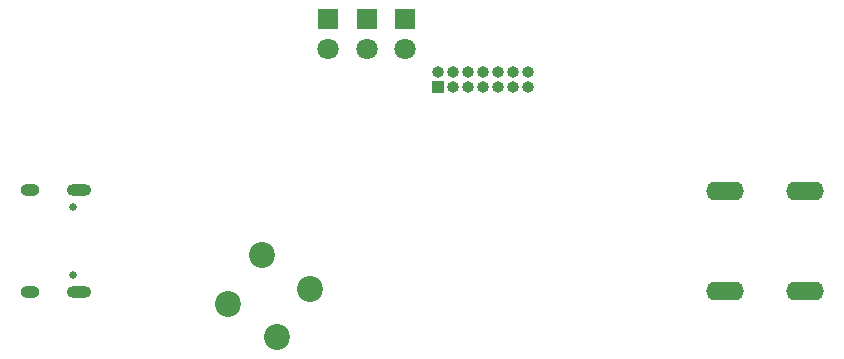
<source format=gbs>
G04 #@! TF.GenerationSoftware,KiCad,Pcbnew,(5.1.9)-1*
G04 #@! TF.CreationDate,2021-04-20T09:49:11+02:00*
G04 #@! TF.ProjectId,loeti,6c6f6574-692e-46b6-9963-61645f706362,rev?*
G04 #@! TF.SameCoordinates,Original*
G04 #@! TF.FileFunction,Soldermask,Bot*
G04 #@! TF.FilePolarity,Negative*
%FSLAX46Y46*%
G04 Gerber Fmt 4.6, Leading zero omitted, Abs format (unit mm)*
G04 Created by KiCad (PCBNEW (5.1.9)-1) date 2021-04-20 09:49:11*
%MOMM*%
%LPD*%
G01*
G04 APERTURE LIST*
%ADD10O,2.100000X1.000000*%
%ADD11C,0.650000*%
%ADD12O,1.600000X1.000000*%
%ADD13C,2.200000*%
%ADD14O,3.200000X1.600000*%
%ADD15C,1.800000*%
%ADD16R,1.800000X1.800000*%
%ADD17R,1.000000X1.000000*%
%ADD18O,1.000000X1.000000*%
G04 APERTURE END LIST*
D10*
X59380000Y24360000D03*
X59380000Y33000000D03*
D11*
X58850000Y31570000D03*
D12*
X55200000Y33000000D03*
D11*
X58850000Y25790000D03*
D12*
X55200000Y24360000D03*
D13*
X76113939Y20518179D03*
X72018179Y23386061D03*
X78981821Y24613939D03*
X74886061Y27481821D03*
D14*
X120870000Y32905000D03*
X114070000Y24455000D03*
X120870000Y24455000D03*
X114070000Y32905000D03*
D15*
X80500000Y44960000D03*
D16*
X80500000Y47500000D03*
D15*
X83750000Y44960000D03*
D16*
X83750000Y47500000D03*
D15*
X87000000Y44960000D03*
D16*
X87000000Y47500000D03*
D17*
X89750000Y41750000D03*
D18*
X89750000Y43020000D03*
X91020000Y41750000D03*
X91020000Y43020000D03*
X92290000Y41750000D03*
X92290000Y43020000D03*
X93560000Y41750000D03*
X93560000Y43020000D03*
X94830000Y41750000D03*
X94830000Y43020000D03*
X96100000Y41750000D03*
X96100000Y43020000D03*
X97370000Y41750000D03*
X97370000Y43020000D03*
M02*

</source>
